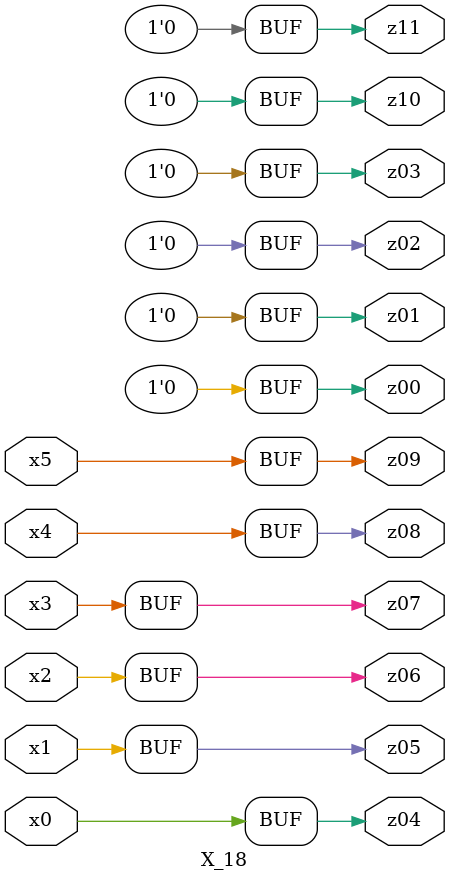
<source format=v>

module X_18 ( 
    x0, x1, x2, x3, x4, x5,
    z00, z01, z02, z03, z04, z05, z06, z07, z08, z09, z10, z11  );
  input  x0, x1, x2, x3, x4, x5;
  output z00, z01, z02, z03, z04, z05, z06, z07, z08, z09, z10, z11;
  assign z00 = 1'b0;
  assign z01 = 1'b0;
  assign z02 = 1'b0;
  assign z03 = 1'b0;
  assign z04 = x0;
  assign z05 = x1;
  assign z06 = x2;
  assign z07 = x3;
  assign z08 = x4;
  assign z09 = x5;
  assign z10 = 1'b0;
  assign z11 = 1'b0;
endmodule



</source>
